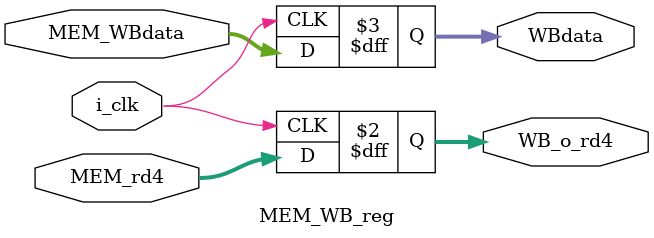
<source format=v>
module MEM_WB_reg (
		i_clk,
		MEM_WBdata,
		MEM_rd4,

		WBdata,
		WB_o_rd4,
		);
input i_clk;
input	[31:0]	MEM_WBdata;
input	[4:0]	MEM_rd4;

output reg [4:0]	WB_o_rd4;
output reg [31:0]	WBdata;


always @(posedge i_clk) begin
        WBdata <= MEM_WBdata;
	WB_o_rd4 <= MEM_rd4;	
end
endmodule

</source>
